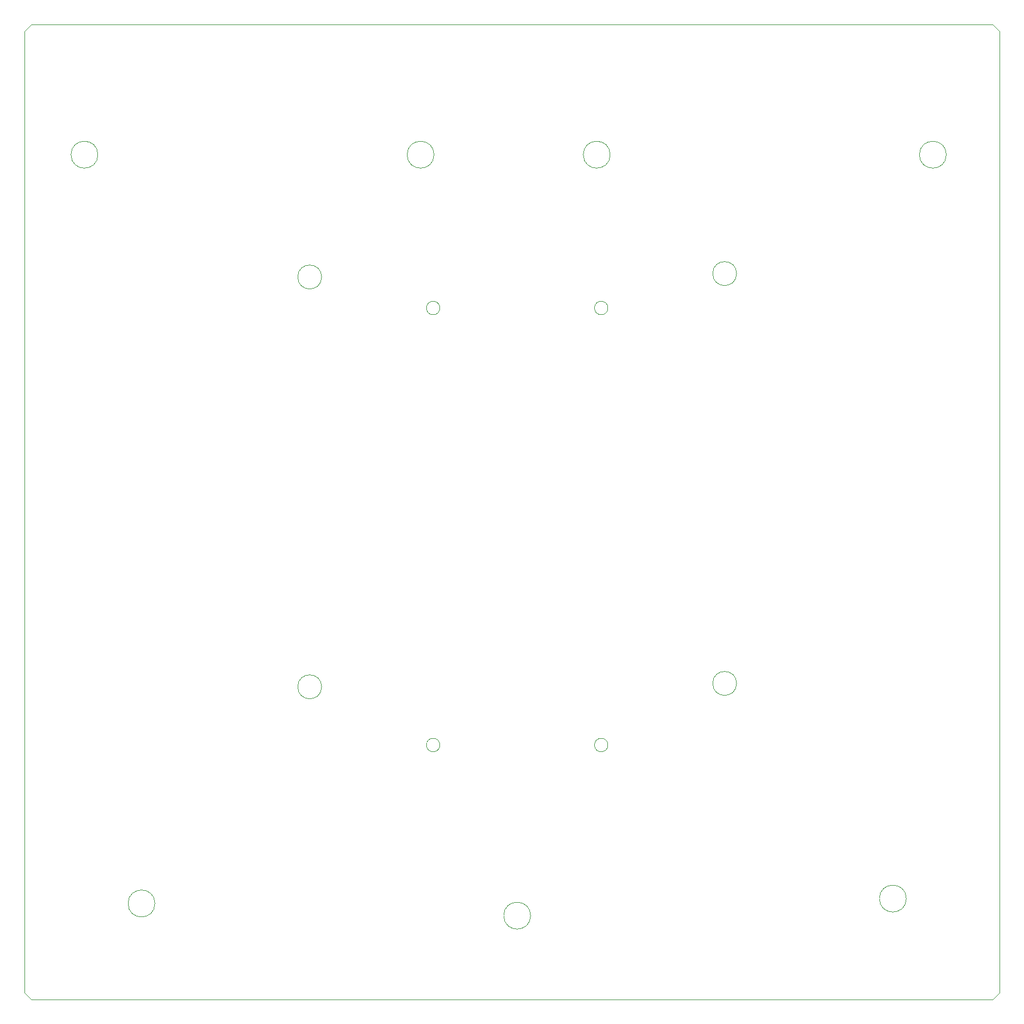
<source format=gbr>
%TF.GenerationSoftware,KiCad,Pcbnew,6.0.11+dfsg-1*%
%TF.CreationDate,2024-07-17T13:01:19+04:00*%
%TF.ProjectId,pwm,70776d2e-6b69-4636-9164-5f7063625858,rev?*%
%TF.SameCoordinates,PX14fb180PYa6e49c0*%
%TF.FileFunction,Profile,NP*%
%FSLAX46Y46*%
G04 Gerber Fmt 4.6, Leading zero omitted, Abs format (unit mm)*
G04 Created by KiCad (PCBNEW 6.0.11+dfsg-1) date 2024-07-17 13:01:19*
%MOMM*%
%LPD*%
G01*
G04 APERTURE LIST*
%TA.AperFunction,Profile*%
%ADD10C,0.100000*%
%TD*%
%TA.AperFunction,Profile*%
%ADD11C,0.120000*%
%TD*%
G04 APERTURE END LIST*
D10*
X19370000Y14250000D02*
G75*
G03*
X19370000Y14250000I-2000000J0D01*
G01*
X144000000Y145000000D02*
X1000000Y145000000D01*
X0Y144000000D02*
X0Y1000000D01*
X144000000Y145000000D02*
X145000000Y144000000D01*
X1000000Y145000000D02*
X0Y144000000D01*
X145000000Y1000000D02*
X145000000Y144000000D01*
X144000000Y0D02*
X145000000Y1000000D01*
X1000000Y0D02*
X144000000Y0D01*
X0Y1000000D02*
X1000000Y0D01*
D11*
%TO.C,REF\u002A\u002A*%
X137080000Y125630000D02*
G75*
G03*
X137080000Y125630000I-2000000J0D01*
G01*
X87080000Y125630000D02*
G75*
G03*
X87080000Y125630000I-2000000J0D01*
G01*
X10880000Y125630000D02*
G75*
G03*
X10880000Y125630000I-2000000J0D01*
G01*
X60880000Y125630000D02*
G75*
G03*
X60880000Y125630000I-2000000J0D01*
G01*
%TO.C,J3*%
X131130000Y14980000D02*
G75*
G03*
X131130000Y14980000I-2000000J0D01*
G01*
%TO.C,J2*%
X75250000Y12440000D02*
G75*
G03*
X75250000Y12440000I-2000000J0D01*
G01*
%TO.C,J1*%
X19370000Y14250000D02*
G75*
G03*
X19370000Y14250000I-2000000J0D01*
G01*
%TO.C,REF\u002A\u002A*%
X105889000Y46984000D02*
G75*
G03*
X105889000Y46984000I-1778000J0D01*
G01*
X105889000Y107944000D02*
G75*
G03*
X105889000Y107944000I-1778000J0D01*
G01*
%TO.C,U1*%
X61750000Y37820000D02*
G75*
G03*
X61750000Y37820000I-1000000J0D01*
G01*
X86750000Y102820000D02*
G75*
G03*
X86750000Y102820000I-1000000J0D01*
G01*
X61750000Y102820000D02*
G75*
G03*
X61750000Y102820000I-1000000J0D01*
G01*
X86750000Y37820000D02*
G75*
G03*
X86750000Y37820000I-1000000J0D01*
G01*
%TO.C,REF\u002A\u002A*%
X44167000Y46476000D02*
G75*
G03*
X44167000Y46476000I-1778000J0D01*
G01*
X44167000Y107436000D02*
G75*
G03*
X44167000Y107436000I-1778000J0D01*
G01*
%TD*%
M02*

</source>
